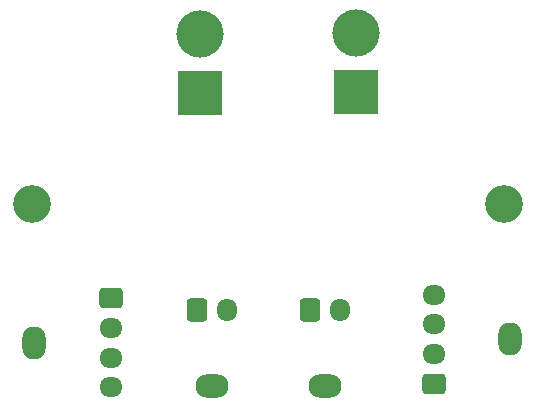
<source format=gbr>
%TF.GenerationSoftware,KiCad,Pcbnew,8.0.2*%
%TF.CreationDate,2024-06-04T11:42:55+09:00*%
%TF.ProjectId,RoboMaster branch circuit substrate,526f626f-4d61-4737-9465-72206272616e,rev?*%
%TF.SameCoordinates,Original*%
%TF.FileFunction,Soldermask,Bot*%
%TF.FilePolarity,Negative*%
%FSLAX46Y46*%
G04 Gerber Fmt 4.6, Leading zero omitted, Abs format (unit mm)*
G04 Created by KiCad (PCBNEW 8.0.2) date 2024-06-04 11:42:55*
%MOMM*%
%LPD*%
G01*
G04 APERTURE LIST*
G04 Aperture macros list*
%AMRoundRect*
0 Rectangle with rounded corners*
0 $1 Rounding radius*
0 $2 $3 $4 $5 $6 $7 $8 $9 X,Y pos of 4 corners*
0 Add a 4 corners polygon primitive as box body*
4,1,4,$2,$3,$4,$5,$6,$7,$8,$9,$2,$3,0*
0 Add four circle primitives for the rounded corners*
1,1,$1+$1,$2,$3*
1,1,$1+$1,$4,$5*
1,1,$1+$1,$6,$7*
1,1,$1+$1,$8,$9*
0 Add four rect primitives between the rounded corners*
20,1,$1+$1,$2,$3,$4,$5,0*
20,1,$1+$1,$4,$5,$6,$7,0*
20,1,$1+$1,$6,$7,$8,$9,0*
20,1,$1+$1,$8,$9,$2,$3,0*%
G04 Aperture macros list end*
%ADD10O,2.000000X2.800000*%
%ADD11RoundRect,0.250000X-0.725000X0.600000X-0.725000X-0.600000X0.725000X-0.600000X0.725000X0.600000X0*%
%ADD12O,1.950000X1.700000*%
%ADD13O,2.800000X2.000000*%
%ADD14RoundRect,0.250000X-0.600000X-0.725000X0.600000X-0.725000X0.600000X0.725000X-0.600000X0.725000X0*%
%ADD15O,1.700000X1.950000*%
%ADD16R,3.800000X3.800000*%
%ADD17C,4.000000*%
%ADD18C,3.200000*%
%ADD19RoundRect,0.250000X0.725000X-0.600000X0.725000X0.600000X-0.725000X0.600000X-0.725000X-0.600000X0*%
G04 APERTURE END LIST*
D10*
%TO.C,J1*%
X80830000Y-81780000D03*
D11*
X87330000Y-78030000D03*
D12*
X87330000Y-80530000D03*
X87330000Y-83030000D03*
X87330000Y-85530000D03*
%TD*%
D13*
%TO.C,J3*%
X95880000Y-85480000D03*
D14*
X94630000Y-78980000D03*
D15*
X97130000Y-78980000D03*
%TD*%
D13*
%TO.C,J4*%
X105430000Y-85480000D03*
D14*
X104180000Y-78980000D03*
D15*
X106680000Y-78980000D03*
%TD*%
D16*
%TO.C,J14*%
X108100000Y-60560000D03*
D17*
X108100000Y-55560000D03*
%TD*%
D16*
%TO.C,J13*%
X94840000Y-60670000D03*
D17*
X94840000Y-55670000D03*
%TD*%
D18*
%TO.C,H2*%
X120600000Y-70000000D03*
%TD*%
D10*
%TO.C,J2*%
X121130000Y-81480000D03*
D19*
X114630000Y-85230000D03*
D12*
X114630000Y-82730000D03*
X114630000Y-80230000D03*
X114630000Y-77730000D03*
%TD*%
D18*
%TO.C,H1*%
X80600000Y-70000000D03*
%TD*%
M02*

</source>
